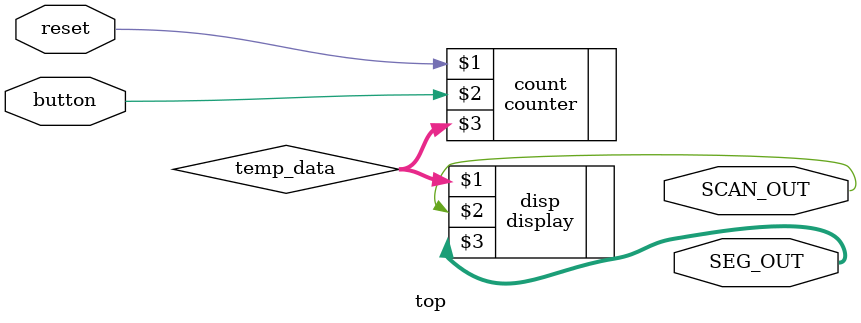
<source format=v>
`timescale 1ns / 1ps


module top(reset, button, SCAN_OUT, SEG_OUT);
    input reset, button;
    output SCAN_OUT;
    output [7:0] SEG_OUT;
    wire [3:0] temp_data;

    counter count(reset, button, temp_data);
    display disp(temp_data, SCAN_OUT, SEG_OUT);
endmodule

</source>
